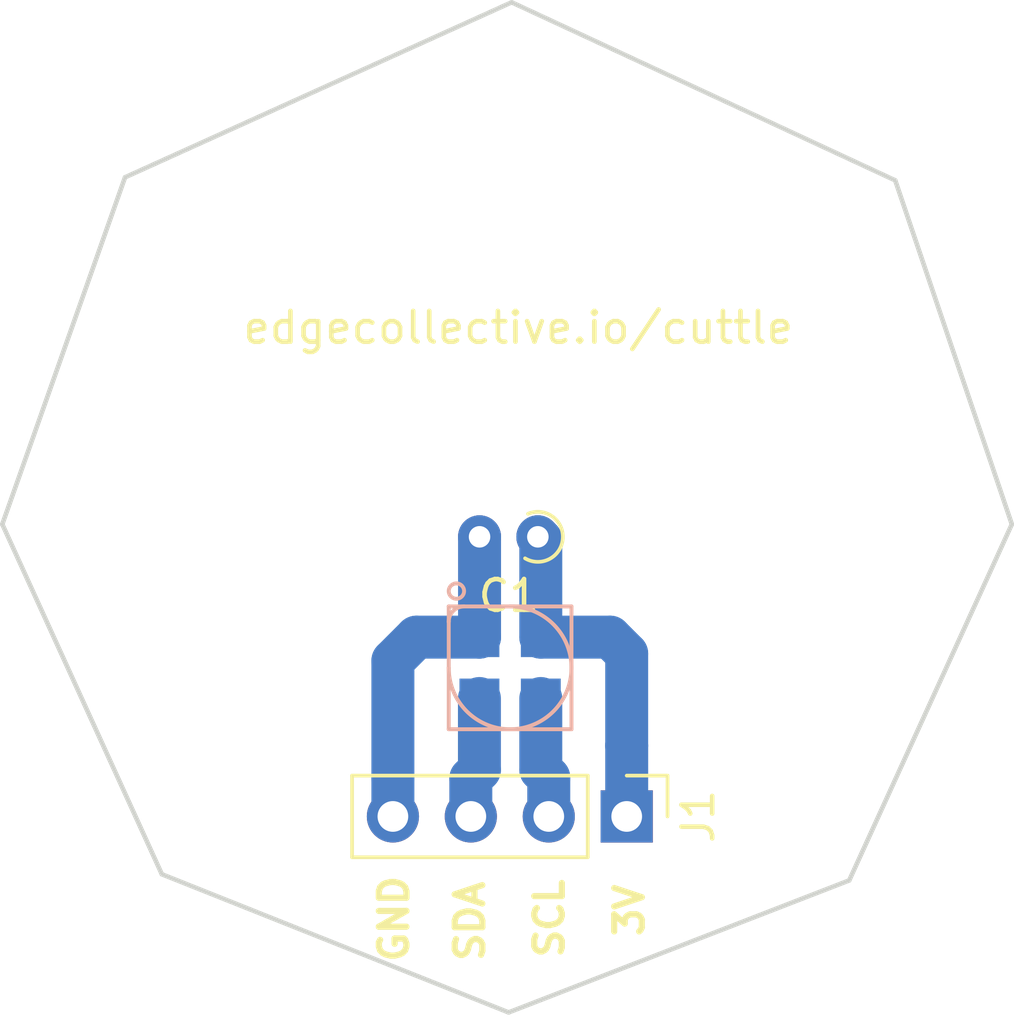
<source format=kicad_pcb>
(kicad_pcb (version 20171130) (host pcbnew 5.1.4-e60b266~84~ubuntu18.04.1)

  (general
    (thickness 1.6)
    (drawings 14)
    (tracks 19)
    (zones 0)
    (modules 3)
    (nets 5)
  )

  (page A4)
  (layers
    (0 Top signal)
    (31 Bottom signal)
    (32 B.Adhes user)
    (33 F.Adhes user)
    (34 B.Paste user)
    (35 F.Paste user)
    (36 B.SilkS user)
    (37 F.SilkS user)
    (38 B.Mask user)
    (39 F.Mask user)
    (40 Dwgs.User user)
    (41 Cmts.User user)
    (42 Eco1.User user)
    (43 Eco2.User user)
    (44 Edge.Cuts user)
    (45 Margin user)
    (46 B.CrtYd user)
    (47 F.CrtYd user)
    (48 B.Fab user)
    (49 F.Fab user)
  )

  (setup
    (last_trace_width 0.25)
    (user_trace_width 0.35)
    (user_trace_width 1.1)
    (user_trace_width 1.2)
    (user_trace_width 1.3)
    (user_trace_width 1.4)
    (trace_clearance 0.1524)
    (zone_clearance 0.508)
    (zone_45_only no)
    (trace_min 0.2)
    (via_size 0.8)
    (via_drill 0.4)
    (via_min_size 0.4)
    (via_min_drill 0.3)
    (uvia_size 0.3)
    (uvia_drill 0.1)
    (uvias_allowed no)
    (uvia_min_size 0.2)
    (uvia_min_drill 0.1)
    (edge_width 0.15)
    (segment_width 0.2)
    (pcb_text_width 0.3)
    (pcb_text_size 1.5 1.5)
    (mod_edge_width 0.15)
    (mod_text_size 1 1)
    (mod_text_width 0.15)
    (pad_size 1.524 1.524)
    (pad_drill 0.762)
    (pad_to_mask_clearance 0.051)
    (solder_mask_min_width 0.25)
    (aux_axis_origin 0 0)
    (visible_elements FFFDFF5F)
    (pcbplotparams
      (layerselection 0x010fc_ffffffff)
      (usegerberextensions false)
      (usegerberattributes false)
      (usegerberadvancedattributes false)
      (creategerberjobfile false)
      (excludeedgelayer true)
      (linewidth 0.100000)
      (plotframeref false)
      (viasonmask false)
      (mode 1)
      (useauxorigin false)
      (hpglpennumber 1)
      (hpglpenspeed 20)
      (hpglpendiameter 15.000000)
      (psnegative false)
      (psa4output false)
      (plotreference true)
      (plotvalue true)
      (plotinvisibletext false)
      (padsonsilk false)
      (subtractmaskfromsilk false)
      (outputformat 1)
      (mirror false)
      (drillshape 0)
      (scaleselection 1)
      (outputdirectory "gerbs/"))
  )

  (net 0 "")
  (net 1 GND)
  (net 2 SDA)
  (net 3 SCL)
  (net 4 3V3)

  (net_class Default "This is the default net class."
    (clearance 0.1524)
    (trace_width 0.25)
    (via_dia 0.8)
    (via_drill 0.4)
    (uvia_dia 0.3)
    (uvia_drill 0.1)
    (add_net 3V3)
    (add_net GND)
    (add_net SCL)
    (add_net SDA)
  )

  (module Connector_PinHeader_2.54mm:PinHeader_1x04_P2.54mm_Vertical (layer Top) (tedit 5CEAD548) (tstamp 5CF7AC62)
    (at 58.649 53.21684 270)
    (descr "Through hole straight pin header, 1x04, 2.54mm pitch, single row")
    (tags "Through hole pin header THT 1x04 2.54mm single row")
    (path /5CEAEDFC)
    (fp_text reference J1 (at 0 -2.33 90) (layer F.SilkS)
      (effects (font (size 1 1) (thickness 0.15)))
    )
    (fp_text value Conn_01x04_Male (at 0 9.95 90) (layer F.Fab)
      (effects (font (size 1 1) (thickness 0.15)))
    )
    (fp_line (start -0.635 -1.27) (end 1.27 -1.27) (layer F.Fab) (width 0.1))
    (fp_line (start 1.27 -1.27) (end 1.27 8.89) (layer F.Fab) (width 0.1))
    (fp_line (start 1.27 8.89) (end -1.27 8.89) (layer F.Fab) (width 0.1))
    (fp_line (start -1.27 8.89) (end -1.27 -0.635) (layer F.Fab) (width 0.1))
    (fp_line (start -1.27 -0.635) (end -0.635 -1.27) (layer F.Fab) (width 0.1))
    (fp_line (start -1.33 8.95) (end 1.33 8.95) (layer F.SilkS) (width 0.12))
    (fp_line (start -1.33 1.27) (end -1.33 8.95) (layer F.SilkS) (width 0.12))
    (fp_line (start 1.33 1.27) (end 1.33 8.95) (layer F.SilkS) (width 0.12))
    (fp_line (start -1.33 1.27) (end 1.33 1.27) (layer F.SilkS) (width 0.12))
    (fp_line (start -1.33 0) (end -1.33 -1.33) (layer F.SilkS) (width 0.12))
    (fp_line (start -1.33 -1.33) (end 0 -1.33) (layer F.SilkS) (width 0.12))
    (fp_line (start -1.8 -1.8) (end -1.8 9.4) (layer F.CrtYd) (width 0.05))
    (fp_line (start -1.8 9.4) (end 1.8 9.4) (layer F.CrtYd) (width 0.05))
    (fp_line (start 1.8 9.4) (end 1.8 -1.8) (layer F.CrtYd) (width 0.05))
    (fp_line (start 1.8 -1.8) (end -1.8 -1.8) (layer F.CrtYd) (width 0.05))
    (fp_text user %R (at 0 3.81 180) (layer F.Fab)
      (effects (font (size 1 1) (thickness 0.15)))
    )
    (pad 1 thru_hole rect (at 0 0 270) (size 1.7 1.7) (drill 1) (layers *.Cu *.Mask)
      (net 4 3V3))
    (pad 2 thru_hole oval (at 0 2.54 270) (size 1.7 1.7) (drill 1) (layers *.Cu *.Mask)
      (net 3 SCL))
    (pad 3 thru_hole oval (at 0 5.08 270) (size 1.7 1.7) (drill 1) (layers *.Cu *.Mask)
      (net 2 SDA))
    (pad 4 thru_hole oval (at 0 7.62 270) (size 1.7 1.7) (drill 1) (layers *.Cu *.Mask)
      (net 1 GND))
    (model ${KISYS3DMOD}/Connector_PinHeader_2.54mm.3dshapes/PinHeader_1x04_P2.54mm_Vertical.wrl
      (at (xyz 0 0 0))
      (scale (xyz 1 1 1))
      (rotate (xyz 0 0 0))
    )
  )

  (module BAR30-SENSOR:MS5837 (layer Bottom) (tedit 0) (tstamp 5D8D0E95)
    (at 54.849 48.37684 270)
    (path /BABD3B23)
    (fp_text reference U2 (at -2 2.25 90) (layer B.SilkS) hide
      (effects (font (size 0.57912 0.57912) (thickness 0.048768)) (justify left bottom mirror))
    )
    (fp_text value MS583730BA (at -2 -3 90) (layer B.SilkS) hide
      (effects (font (size 0.57912 0.57912) (thickness 0.048768)) (justify left bottom mirror))
    )
    (fp_line (start -2 2) (end -1.5 2) (layer B.SilkS) (width 0.127))
    (fp_line (start -1.5 2) (end 0 2) (layer B.SilkS) (width 0.127))
    (fp_line (start 0 2) (end 2 2) (layer B.SilkS) (width 0.127))
    (fp_line (start 2 2) (end 2 -2) (layer B.SilkS) (width 0.127))
    (fp_line (start 2 -2) (end -2 -2) (layer B.SilkS) (width 0.127))
    (fp_line (start -2 -2) (end -2 0) (layer B.SilkS) (width 0.127))
    (fp_circle (center -2.5 1.75) (end -2.25 1.75) (layer B.SilkS) (width 0.127))
    (fp_line (start -2 0) (end -2 1.5) (layer B.SilkS) (width 0.127))
    (fp_line (start -2 1.5) (end -2 2) (layer B.SilkS) (width 0.127))
    (fp_arc (start 0 0) (end 0 2) (angle -270) (layer B.SilkS) (width 0.127))
    (fp_arc (start -1.5 1.5) (end -2 1.5) (angle -90) (layer B.SilkS) (width 0.127))
    (pad 2 smd rect (at -1 -1 270) (size 1.3 1.3) (layers Bottom B.Paste B.Mask)
      (net 4 3V3) (solder_mask_margin 0.0762))
    (pad 3 smd rect (at 1 -1 270) (size 1.3 1.3) (layers Bottom B.Paste B.Mask)
      (net 3 SCL) (solder_mask_margin 0.0762))
    (pad 4 smd rect (at 1 1 270) (size 1.3 1.3) (layers Bottom B.Paste B.Mask)
      (net 2 SDA) (solder_mask_margin 0.0762))
    (pad 1 smd rect (at -1 1 270) (size 1.3 1.3) (layers Bottom B.Paste B.Mask)
      (net 1 GND) (solder_mask_margin 0.0762))
  )

  (module Resistor_THT:R_Axial_DIN0204_L3.6mm_D1.6mm_P1.90mm_Vertical (layer Top) (tedit 5AE5139B) (tstamp 5D8D2A75)
    (at 55.753 44.10964 180)
    (descr "Resistor, Axial_DIN0204 series, Axial, Vertical, pin pitch=1.9mm, 0.167W, length*diameter=3.6*1.6mm^2, http://cdn-reichelt.de/documents/datenblatt/B400/1_4W%23YAG.pdf")
    (tags "Resistor Axial_DIN0204 series Axial Vertical pin pitch 1.9mm 0.167W length 3.6mm diameter 1.6mm")
    (path /5D8D73E5)
    (fp_text reference C1 (at 0.95 -1.92) (layer F.SilkS)
      (effects (font (size 1 1) (thickness 0.15)))
    )
    (fp_text value 1uF (at 0.95 1.92) (layer F.Fab)
      (effects (font (size 1 1) (thickness 0.15)))
    )
    (fp_arc (start 0 0) (end 0.417133 -0.7) (angle -233.92106) (layer F.SilkS) (width 0.12))
    (fp_circle (center 0 0) (end 0.8 0) (layer F.Fab) (width 0.1))
    (fp_line (start 0 0) (end 1.9 0) (layer F.Fab) (width 0.1))
    (fp_line (start -1.05 -1.05) (end -1.05 1.05) (layer F.CrtYd) (width 0.05))
    (fp_line (start -1.05 1.05) (end 2.86 1.05) (layer F.CrtYd) (width 0.05))
    (fp_line (start 2.86 1.05) (end 2.86 -1.05) (layer F.CrtYd) (width 0.05))
    (fp_line (start 2.86 -1.05) (end -1.05 -1.05) (layer F.CrtYd) (width 0.05))
    (fp_text user %R (at 0.95 -1.92) (layer F.Fab)
      (effects (font (size 1 1) (thickness 0.15)))
    )
    (pad 1 thru_hole circle (at 0 0 180) (size 1.4 1.4) (drill 0.7) (layers *.Cu *.Mask)
      (net 4 3V3))
    (pad 2 thru_hole oval (at 1.9 0 180) (size 1.4 1.4) (drill 0.7) (layers *.Cu *.Mask)
      (net 1 GND))
    (model ${KISYS3DMOD}/Resistor_THT.3dshapes/R_Axial_DIN0204_L3.6mm_D1.6mm_P1.90mm_Vertical.wrl
      (at (xyz 0 0 0))
      (scale (xyz 1 1 1))
      (rotate (xyz 0 0 0))
    )
  )

  (gr_line (start 42.3 32.4) (end 54.9 26.7) (layer Edge.Cuts) (width 0.15) (tstamp 5D90AE03))
  (gr_line (start 38.3 43.7) (end 42.3 32.4) (layer Edge.Cuts) (width 0.15))
  (gr_line (start 43.5 55.1) (end 38.3 43.7) (layer Edge.Cuts) (width 0.15))
  (gr_line (start 54.8 59.6) (end 43.5 55.1) (layer Edge.Cuts) (width 0.15))
  (gr_line (start 65.9 55.3) (end 54.8 59.6) (layer Edge.Cuts) (width 0.15))
  (gr_line (start 71.2 43.7) (end 65.9 55.3) (layer Edge.Cuts) (width 0.15))
  (gr_line (start 67.4 32.5) (end 71.2 43.7) (layer Edge.Cuts) (width 0.15))
  (gr_line (start 54.9 26.7) (end 67.4 32.5) (layer Edge.Cuts) (width 0.15))
  (gr_line (start 54.82336 53.28936) (end 54.82336 59.63936) (layer Dwgs.User) (width 0.15))
  (gr_text edgecollective.io/cuttle (at 55.118 37.29736) (layer F.SilkS) (tstamp 5CF7C01B)
    (effects (font (size 1 1) (thickness 0.15)))
  )
  (gr_text SDA (at 53.53812 56.63184 90) (layer F.SilkS) (tstamp 5CF7BA23)
    (effects (font (size 0.9 0.9) (thickness 0.2)))
  )
  (gr_text GND (at 51.06416 56.55056 90) (layer F.SilkS) (tstamp 5CF7BAE0)
    (effects (font (size 0.9 0.9) (thickness 0.2)))
  )
  (gr_text 3V (at 58.73496 56.27624 90) (layer F.SilkS) (tstamp 5CF7BA9F)
    (effects (font (size 0.9 0.9) (thickness 0.2)))
  )
  (gr_text SCL (at 56.12892 56.5404 90) (layer F.SilkS) (tstamp 5CF7BA41)
    (effects (font (size 0.9 0.9) (thickness 0.2)))
  )

  (segment (start 51.029 48.14684) (end 51.029 51.960359) (width 1.4) (layer Bottom) (net 1))
  (segment (start 51.799 47.37684) (end 51.029 48.14684) (width 1.4) (layer Bottom) (net 1))
  (segment (start 51.029 51.960359) (end 51.029 53.16244) (width 1.4) (layer Bottom) (net 1) (status 20))
  (segment (start 53.849 47.37684) (end 51.799 47.37684) (width 1.4) (layer Bottom) (net 1) (status 10))
  (segment (start 53.853 47.37284) (end 53.849 47.37684) (width 1.4) (layer Bottom) (net 1) (status 30))
  (segment (start 53.853 44.10964) (end 53.853 47.37284) (width 1.4) (layer Bottom) (net 1) (status 30))
  (segment (start 53.849 49.37684) (end 53.849 51.7007) (width 1.4) (layer Bottom) (net 2))
  (segment (start 53.569 51.9807) (end 53.569 53.21684) (width 1.4) (layer Bottom) (net 2))
  (segment (start 53.849 51.7007) (end 53.569 51.9807) (width 1.4) (layer Bottom) (net 2))
  (segment (start 55.849 49.37684) (end 55.849 51.69356) (width 1.4) (layer Bottom) (net 3))
  (segment (start 56.109 51.95356) (end 56.109 53.21684) (width 1.4) (layer Bottom) (net 3))
  (segment (start 55.849 51.69356) (end 56.109 51.95356) (width 1.4) (layer Bottom) (net 3))
  (segment (start 58.649 50.91244) (end 58.6486 50.91204) (width 1.4) (layer Bottom) (net 4))
  (segment (start 58.649 53.16244) (end 58.649 50.91244) (width 1.4) (layer Bottom) (net 4) (status 10))
  (segment (start 58.6486 50.91204) (end 58.6486 47.91964) (width 1.4) (layer Bottom) (net 4))
  (segment (start 58.1058 47.37684) (end 55.849 47.37684) (width 1.4) (layer Bottom) (net 4) (status 20))
  (segment (start 58.6486 47.91964) (end 58.1058 47.37684) (width 1.4) (layer Bottom) (net 4))
  (segment (start 55.849 44.20564) (end 55.753 44.10964) (width 1.4) (layer Bottom) (net 4) (status 30))
  (segment (start 55.849 47.37684) (end 55.849 44.20564) (width 1.4) (layer Bottom) (net 4) (status 30))

)

</source>
